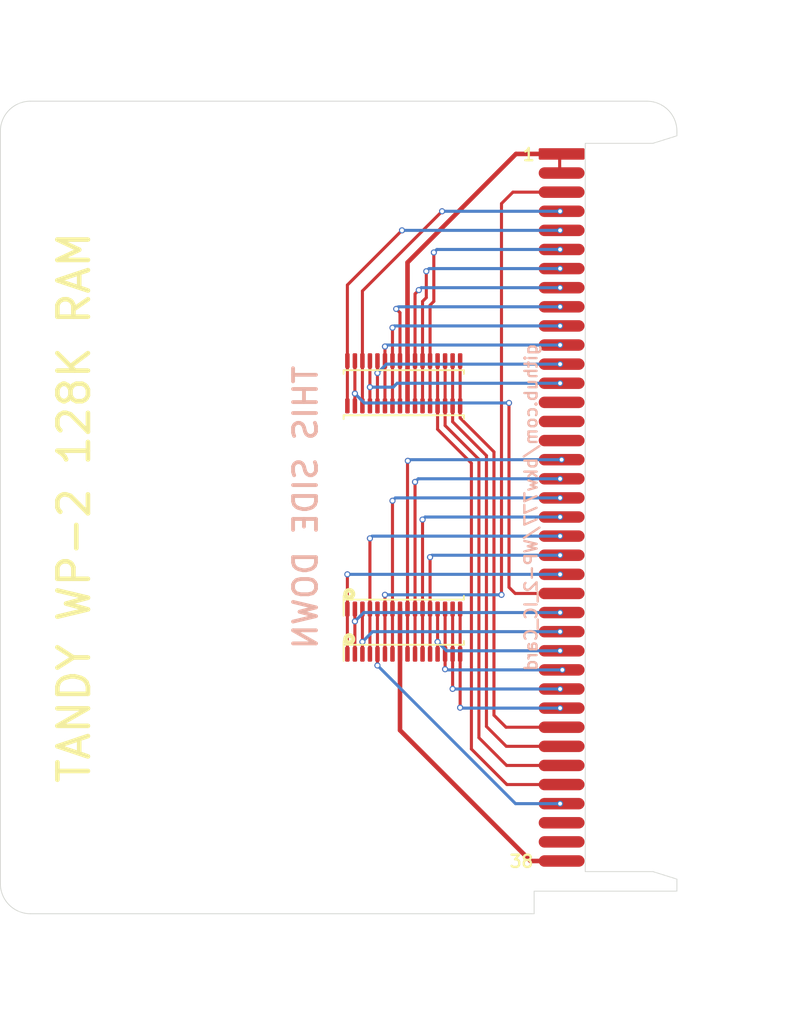
<source format=kicad_pcb>
(kicad_pcb (version 20171130) (host pcbnew 5.1.6-c6e7f7d~87~ubuntu20.04.1)

  (general
    (thickness 1.6)
    (drawings 37)
    (tracks 196)
    (zones 0)
    (modules 4)
    (nets 33)
  )

  (page USLetter)
  (title_block
    (title "WP-2 128K RAM IC-Card")
    (date 2020-09-26)
    (company "Brian K. White - b.kenyon.w@gmail.com")
  )

  (layers
    (0 F.Cu signal)
    (31 B.Cu signal)
    (33 F.Adhes user)
    (35 F.Paste user)
    (36 B.SilkS user)
    (37 F.SilkS user)
    (38 B.Mask user)
    (39 F.Mask user)
    (40 Dwgs.User user)
    (41 Cmts.User user hide)
    (42 Eco1.User user hide)
    (43 Eco2.User user hide)
    (44 Edge.Cuts user)
    (45 Margin user hide)
    (46 B.CrtYd user hide)
    (47 F.CrtYd user hide)
    (49 F.Fab user hide)
  )

  (setup
    (last_trace_width 0.254)
    (user_trace_width 0.1524)
    (user_trace_width 0.1778)
    (user_trace_width 0.2032)
    (user_trace_width 0.3048)
    (user_trace_width 0.508)
    (trace_clearance 0.1524)
    (zone_clearance 0.508)
    (zone_45_only no)
    (trace_min 0.1524)
    (via_size 0.4064)
    (via_drill 0.254)
    (via_min_size 0.4064)
    (via_min_drill 0.254)
    (uvia_size 0.4064)
    (uvia_drill 0.254)
    (uvias_allowed no)
    (uvia_min_size 0.4064)
    (uvia_min_drill 0.254)
    (edge_width 0.05)
    (segment_width 0.2)
    (pcb_text_width 0.3)
    (pcb_text_size 1.5 1.5)
    (mod_edge_width 0.12)
    (mod_text_size 1 1)
    (mod_text_width 0.15)
    (pad_size 0.3 1)
    (pad_drill 0)
    (pad_to_mask_clearance 0)
    (aux_axis_origin 0 0)
    (grid_origin 158.75 99.695)
    (visible_elements FFFFFF7F)
    (pcbplotparams
      (layerselection 0x010f0_ffffffff)
      (usegerberextensions false)
      (usegerberattributes true)
      (usegerberadvancedattributes true)
      (creategerberjobfile true)
      (excludeedgelayer true)
      (linewidth 0.100000)
      (plotframeref false)
      (viasonmask false)
      (mode 1)
      (useauxorigin false)
      (hpglpennumber 1)
      (hpglpenspeed 20)
      (hpglpendiameter 15.000000)
      (psnegative false)
      (psa4output false)
      (plotreference true)
      (plotvalue true)
      (plotinvisibletext false)
      (padsonsilk false)
      (subtractmaskfromsilk false)
      (outputformat 1)
      (mirror false)
      (drillshape 0)
      (scaleselection 1)
      (outputdirectory "GERBER"))
  )

  (net 0 "")
  (net 1 GND)
  (net 2 /CE2)
  (net 3 /~CE1)
  (net 4 /~OE)
  (net 5 /D0)
  (net 6 /D1)
  (net 7 /D2)
  (net 8 /D3)
  (net 9 /D4)
  (net 10 /D5)
  (net 11 /D6)
  (net 12 /D7)
  (net 13 /A16)
  (net 14 /A15)
  (net 15 /A14)
  (net 16 /A13)
  (net 17 /A12)
  (net 18 /A11)
  (net 19 /A10)
  (net 20 /A9)
  (net 21 /A8)
  (net 22 /A7)
  (net 23 /A6)
  (net 24 /A5)
  (net 25 /A4)
  (net 26 /A3)
  (net 27 /A2)
  (net 28 /A1)
  (net 29 /A0)
  (net 30 /R~W)
  (net 31 VDD)
  (net 32 /~DET)

  (net_class Default "This is the default net class."
    (clearance 0.1524)
    (trace_width 0.254)
    (via_dia 0.4064)
    (via_drill 0.254)
    (uvia_dia 0.4064)
    (uvia_drill 0.254)
    (diff_pair_width 0.1524)
    (diff_pair_gap 0.2032)
    (add_net /A0)
    (add_net /A1)
    (add_net /A10)
    (add_net /A11)
    (add_net /A12)
    (add_net /A13)
    (add_net /A14)
    (add_net /A15)
    (add_net /A16)
    (add_net /A2)
    (add_net /A3)
    (add_net /A4)
    (add_net /A5)
    (add_net /A6)
    (add_net /A7)
    (add_net /A8)
    (add_net /A9)
    (add_net /CE2)
    (add_net /D0)
    (add_net /D1)
    (add_net /D2)
    (add_net /D3)
    (add_net /D4)
    (add_net /D5)
    (add_net /D6)
    (add_net /D7)
    (add_net /R~W)
    (add_net /~CE1)
    (add_net /~DET)
    (add_net /~OE)
    (add_net GND)
    (add_net VDD)
  )

  (module 0_LOCAL:PinSocket_1x38x1.27_edge_s (layer F.Cu) (tedit 5F74B131) (tstamp 5F74043C)
    (at 158.75 99.695)
    (descr "Through hole straight socket strip, 1x38, 1.27mm pitch, single row")
    (tags "Through hole socket strip THT 1x38 1.27mm single row")
    (path /5F6EF0A3)
    (attr smd)
    (fp_text reference J1 (at -2.8956 4.4196 -90) (layer F.SilkS) hide
      (effects (font (size 1 1) (thickness 0.15)))
    )
    (fp_text value Conn_01x38_Female (at -2.921 23.114 -90) (layer F.Fab)
      (effects (font (size 1 1) (thickness 0.15)))
    )
    (fp_text user %R (at 0 -1.695) (layer F.Fab)
      (effects (font (size 1 1) (thickness 0.15)))
    )
    (fp_line (start 0 -24.13) (end -3.221 -24.13) (layer F.CrtYd) (width 0.05))
    (fp_line (start 0 24.13) (end 0 -24.13) (layer F.CrtYd) (width 0.05))
    (fp_line (start -3.221 24.13) (end 0 24.13) (layer F.CrtYd) (width 0.05))
    (fp_line (start -3.221 -24.13) (end -3.221 24.13) (layer F.CrtYd) (width 0.05))
    (fp_line (start 3.302 -24.13) (end 0 -24.13) (layer F.Fab) (width 0.1))
    (fp_line (start 0 24.13) (end 0 -24.13) (layer F.Fab) (width 0.1))
    (fp_line (start 0 24.13) (end 3.302 24.13) (layer F.Fab) (width 0.1))
    (fp_line (start 3.302 -24.13) (end 3.302 24.13) (layer F.Fab) (width 0.1))
    (pad 1 smd roundrect (at -1.57 -23.495) (size 3.048 0.762) (layers F.Cu F.Paste F.Mask) (roundrect_rratio 0.1)
      (net 1 GND))
    (pad 2 smd oval (at -1.57 -22.225) (size 3.048 0.762) (layers F.Cu F.Paste F.Mask)
      (net 32 /~DET))
    (pad 3 smd oval (at -1.57 -20.955) (size 3.048 0.762) (layers F.Cu F.Paste F.Mask)
      (net 2 /CE2))
    (pad 4 smd oval (at -1.57 -19.685) (size 3.048 0.762) (layers F.Cu F.Paste F.Mask)
      (net 3 /~CE1))
    (pad 5 smd oval (at -1.57 -18.415) (size 3.048 0.762) (layers F.Cu F.Paste F.Mask)
      (net 4 /~OE))
    (pad 6 smd oval (at -1.57 -17.145) (size 3.048 0.762) (layers F.Cu F.Paste F.Mask)
      (net 5 /D0))
    (pad 7 smd oval (at -1.57 -15.875) (size 3.048 0.762) (layers F.Cu F.Paste F.Mask)
      (net 6 /D1))
    (pad 8 smd oval (at -1.57 -14.605) (size 3.048 0.762) (layers F.Cu F.Paste F.Mask)
      (net 7 /D2))
    (pad 9 smd oval (at -1.57 -13.335) (size 3.048 0.762) (layers F.Cu F.Paste F.Mask)
      (net 8 /D3))
    (pad 10 smd oval (at -1.57 -12.065) (size 3.048 0.762) (layers F.Cu F.Paste F.Mask)
      (net 9 /D4))
    (pad 11 smd oval (at -1.57 -10.795) (size 3.048 0.762) (layers F.Cu F.Paste F.Mask)
      (net 10 /D5))
    (pad 12 smd oval (at -1.57 -9.525) (size 3.048 0.762) (layers F.Cu F.Paste F.Mask)
      (net 11 /D6))
    (pad 13 smd oval (at -1.57 -8.255) (size 3.048 0.762) (layers F.Cu F.Paste F.Mask)
      (net 12 /D7))
    (pad 14 smd oval (at -1.57 -6.985) (size 3.048 0.762) (layers F.Cu F.Paste F.Mask)
      (net 1 GND))
    (pad 15 smd oval (at -1.57 -5.715) (size 3.048 0.762) (layers F.Cu F.Paste F.Mask))
    (pad 16 smd oval (at -1.57 -4.445) (size 3.048 0.762) (layers F.Cu F.Paste F.Mask))
    (pad 17 smd oval (at -1.57 -3.175) (size 3.048 0.762) (layers F.Cu F.Paste F.Mask))
    (pad 18 smd oval (at -1.57 -1.905) (size 3.048 0.762) (layers F.Cu F.Paste F.Mask)
      (net 13 /A16))
    (pad 19 smd oval (at -1.57 -0.635) (size 3.048 0.762) (layers F.Cu F.Paste F.Mask)
      (net 14 /A15))
    (pad 20 smd oval (at -1.57 0.635) (size 3.048 0.762) (layers F.Cu F.Paste F.Mask)
      (net 15 /A14))
    (pad 21 smd oval (at -1.57 1.905) (size 3.048 0.762) (layers F.Cu F.Paste F.Mask)
      (net 16 /A13))
    (pad 22 smd oval (at -1.57 3.175) (size 3.048 0.762) (layers F.Cu F.Paste F.Mask)
      (net 17 /A12))
    (pad 23 smd oval (at -1.57 4.445) (size 3.048 0.762) (layers F.Cu F.Paste F.Mask)
      (net 18 /A11))
    (pad 24 smd oval (at -1.57 5.715) (size 3.048 0.762) (layers F.Cu F.Paste F.Mask)
      (net 19 /A10))
    (pad 25 smd oval (at -1.57 6.985) (size 3.048 0.762) (layers F.Cu F.Paste F.Mask)
      (net 20 /A9))
    (pad 26 smd oval (at -1.57 8.255) (size 3.048 0.762) (layers F.Cu F.Paste F.Mask)
      (net 21 /A8))
    (pad 27 smd oval (at -1.57 9.525) (size 3.048 0.762) (layers F.Cu F.Paste F.Mask)
      (net 22 /A7))
    (pad 28 smd oval (at -1.57 10.795) (size 3.048 0.762) (layers F.Cu F.Paste F.Mask)
      (net 23 /A6))
    (pad 29 smd oval (at -1.57 12.065) (size 3.048 0.762) (layers F.Cu F.Paste F.Mask)
      (net 24 /A5))
    (pad 30 smd oval (at -1.57 13.335) (size 3.048 0.762) (layers F.Cu F.Paste F.Mask)
      (net 25 /A4))
    (pad 31 smd oval (at -1.57 14.605) (size 3.048 0.762) (layers F.Cu F.Paste F.Mask)
      (net 26 /A3))
    (pad 32 smd oval (at -1.57 15.875) (size 3.048 0.762) (layers F.Cu F.Paste F.Mask)
      (net 27 /A2))
    (pad 33 smd oval (at -1.57 17.145) (size 3.048 0.762) (layers F.Cu F.Paste F.Mask)
      (net 28 /A1))
    (pad 34 smd oval (at -1.57 18.415) (size 3.048 0.762) (layers F.Cu F.Paste F.Mask)
      (net 29 /A0))
    (pad 35 smd oval (at -1.57 19.685) (size 3.048 0.762) (layers F.Cu F.Paste F.Mask)
      (net 30 /R~W))
    (pad 36 smd oval (at -1.57 20.955) (size 3.048 0.762) (layers F.Cu F.Paste F.Mask))
    (pad 37 smd oval (at -1.57 22.225) (size 3.048 0.762) (layers F.Cu F.Paste F.Mask))
    (pad 38 smd oval (at -1.57 23.495) (size 3.048 0.762) (layers F.Cu F.Paste F.Mask)
      (net 31 VDD))
    (model ${KIPRJMOD}/3d/PinSocket_1x38_P1.27mm_Vertical.step
      (offset (xyz 0 23.495 0.1))
      (scale (xyz 1 1 1))
      (rotate (xyz 0 -90 0))
    )
  )

  (module 0_LOCAL:Net_Tie_2p_8mil (layer F.Cu) (tedit 5F70D483) (tstamp 5F712C2A)
    (at 157.05 76.835 270)
    (path /5F8923B3)
    (fp_text reference NT1 (at 0 1.016 90) (layer F.SilkS) hide
      (effects (font (size 0.508 0.508) (thickness 0.1016)))
    )
    (fp_text value Net-Tie_2 (at 0 -2 90) (layer F.Fab) hide
      (effects (font (size 1 1) (thickness 0.01)))
    )
    (fp_line (start -0.2032 0) (end 0.2032 0) (layer F.Cu) (width 0.2032))
    (pad 2 smd circle (at 0.2032 0 270) (size 0.2032 0.2032) (layers F.Cu)
      (net 32 /~DET))
    (pad 1 smd circle (at -0.2032 0 270) (size 0.2032 0.2032) (layers F.Cu)
      (net 1 GND))
  )

  (module 0_LOCAL:TSOP32-20mm (layer F.Cu) (tedit 5F70AFE8) (tstamp 5F712BCE)
    (at 146.68 99.695)
    (descr "Module CMS TSOP 32 pins")
    (tags "CMS TSOP")
    (path /5F718069)
    (attr smd)
    (fp_text reference U1 (at 0.009 8.382 180) (layer F.SilkS) hide
      (effects (font (size 1 1) (thickness 0.15)))
    )
    (fp_text value "SRAM 128Kx8 5v Parallel" (at 0 5) (layer F.Fab)
      (effects (font (size 1 1) (thickness 0.15)))
    )
    (fp_line (start 4 -9.125) (end 4 -8.875) (layer F.SilkS) (width 0.12))
    (fp_line (start -4 -9.125) (end -4 -8.875) (layer F.SilkS) (width 0.12))
    (fp_line (start 4 9.125) (end 4 8.875) (layer F.SilkS) (width 0.12))
    (fp_line (start -4 10.2) (end -4 8.875) (layer F.SilkS) (width 0.12))
    (fp_line (start 4 -9.125) (end -4 -9.125) (layer F.SilkS) (width 0.12))
    (fp_line (start -4 9.125) (end 4 9.125) (layer F.SilkS) (width 0.12))
    (fp_circle (center -3.625 8.75) (end -3.525 8.75) (layer F.SilkS) (width 0.3))
    (fp_text user %R (at 0 0) (layer F.Fab)
      (effects (font (size 1 1) (thickness 0.15)))
    )
    (pad 1 smd roundrect (at -3.75 9.75) (size 0.3 1) (layers F.Cu F.Paste F.Mask) (roundrect_rratio 0.25)
      (net 18 /A11))
    (pad 2 smd roundrect (at -3.25 9.75) (size 0.3 1) (layers F.Cu F.Paste F.Mask) (roundrect_rratio 0.25)
      (net 20 /A9))
    (pad 3 smd roundrect (at -2.75 9.75) (size 0.3 1) (layers F.Cu F.Paste F.Mask) (roundrect_rratio 0.25)
      (net 21 /A8))
    (pad 4 smd roundrect (at -2.25 9.75) (size 0.3 1) (layers F.Cu F.Paste F.Mask) (roundrect_rratio 0.25)
      (net 16 /A13))
    (pad 5 smd roundrect (at -1.75 9.75) (size 0.3 1) (layers F.Cu F.Paste F.Mask) (roundrect_rratio 0.25)
      (net 30 /R~W))
    (pad 6 smd roundrect (at -1.25 9.75) (size 0.3 1) (layers F.Cu F.Paste F.Mask) (roundrect_rratio 0.25)
      (net 2 /CE2))
    (pad 7 smd roundrect (at -0.75 9.75) (size 0.3 1) (layers F.Cu F.Paste F.Mask) (roundrect_rratio 0.25)
      (net 14 /A15))
    (pad 8 smd roundrect (at -0.25 9.75) (size 0.3 1) (layers F.Cu F.Paste F.Mask) (roundrect_rratio 0.25)
      (net 31 VDD))
    (pad 9 smd roundrect (at 0.25 9.75) (size 0.3 1) (layers F.Cu F.Paste F.Mask) (roundrect_rratio 0.25))
    (pad 10 smd roundrect (at 0.75 9.75) (size 0.3 1) (layers F.Cu F.Paste F.Mask) (roundrect_rratio 0.25)
      (net 13 /A16))
    (pad 11 smd roundrect (at 1.25 9.75) (size 0.3 1) (layers F.Cu F.Paste F.Mask) (roundrect_rratio 0.25)
      (net 15 /A14))
    (pad 12 smd roundrect (at 1.75 9.75) (size 0.3 1) (layers F.Cu F.Paste F.Mask) (roundrect_rratio 0.25)
      (net 17 /A12))
    (pad 13 smd roundrect (at 2.25 9.75) (size 0.3 1) (layers F.Cu F.Paste F.Mask) (roundrect_rratio 0.25)
      (net 22 /A7))
    (pad 14 smd roundrect (at 2.75 9.75) (size 0.3 1) (layers F.Cu F.Paste F.Mask) (roundrect_rratio 0.25)
      (net 23 /A6))
    (pad 15 smd roundrect (at 3.25 9.75) (size 0.3 1) (layers F.Cu F.Paste F.Mask) (roundrect_rratio 0.25)
      (net 24 /A5))
    (pad 16 smd roundrect (at 3.75 9.75) (size 0.3 1) (layers F.Cu F.Paste F.Mask) (roundrect_rratio 0.25)
      (net 25 /A4))
    (pad 17 smd roundrect (at 3.75 -9.75) (size 0.3 1) (layers F.Cu F.Paste F.Mask) (roundrect_rratio 0.25)
      (net 26 /A3))
    (pad 18 smd roundrect (at 3.25 -9.75) (size 0.3 1) (layers F.Cu F.Paste F.Mask) (roundrect_rratio 0.25)
      (net 27 /A2))
    (pad 19 smd roundrect (at 2.75 -9.75) (size 0.3 1) (layers F.Cu F.Paste F.Mask) (roundrect_rratio 0.25)
      (net 28 /A1))
    (pad 20 smd roundrect (at 2.25 -9.75) (size 0.3 1) (layers F.Cu F.Paste F.Mask) (roundrect_rratio 0.25)
      (net 29 /A0))
    (pad 21 smd roundrect (at 1.75 -9.75) (size 0.3 1) (layers F.Cu F.Paste F.Mask) (roundrect_rratio 0.25)
      (net 5 /D0))
    (pad 22 smd roundrect (at 1.25 -9.75) (size 0.3 1) (layers F.Cu F.Paste F.Mask) (roundrect_rratio 0.25)
      (net 6 /D1))
    (pad 23 smd roundrect (at 0.75 -9.75) (size 0.3 1) (layers F.Cu F.Paste F.Mask) (roundrect_rratio 0.25)
      (net 7 /D2))
    (pad 24 smd roundrect (at 0.25 -9.75) (size 0.3 1) (layers F.Cu F.Paste F.Mask) (roundrect_rratio 0.25)
      (net 1 GND))
    (pad 25 smd roundrect (at -0.25 -9.75) (size 0.3 1) (layers F.Cu F.Paste F.Mask) (roundrect_rratio 0.25)
      (net 8 /D3))
    (pad 26 smd roundrect (at -0.75 -9.75) (size 0.3 1) (layers F.Cu F.Paste F.Mask) (roundrect_rratio 0.25)
      (net 9 /D4))
    (pad 27 smd roundrect (at -1.25 -9.75) (size 0.3 1) (layers F.Cu F.Paste F.Mask) (roundrect_rratio 0.25)
      (net 10 /D5))
    (pad 28 smd roundrect (at -1.75 -9.75) (size 0.3 1) (layers F.Cu F.Paste F.Mask) (roundrect_rratio 0.25)
      (net 11 /D6))
    (pad 29 smd roundrect (at -2.25 -9.75) (size 0.3 1) (layers F.Cu F.Paste F.Mask) (roundrect_rratio 0.25)
      (net 12 /D7))
    (pad 30 smd roundrect (at -2.75 -9.75) (size 0.3 1) (layers F.Cu F.Paste F.Mask) (roundrect_rratio 0.25)
      (net 3 /~CE1))
    (pad 31 smd roundrect (at -3.25 -9.75) (size 0.3 1) (layers F.Cu F.Paste F.Mask) (roundrect_rratio 0.25)
      (net 19 /A10))
    (pad 32 smd roundrect (at -3.75 -9.75) (size 0.3 1) (layers F.Cu F.Paste F.Mask) (roundrect_rratio 0.25)
      (net 4 /~OE))
    (model ${KIPRJMOD}/3d/TSOP32_8X20.step
      (at (xyz 0 0 0))
      (scale (xyz 1 1 1))
      (rotate (xyz 0 0 -90))
    )
  )

  (module 0_LOCAL:TSOP32-14mm (layer F.Cu) (tedit 5F70AFD9) (tstamp 5F712C60)
    (at 146.68 99.695)
    (descr "Module CMS TSOP 32 pins")
    (tags "CMS TSOP")
    (path /5F906116)
    (attr virtual)
    (fp_text reference U2 (at 0 5.334 180) (layer F.SilkS) hide
      (effects (font (size 1 1) (thickness 0.15)))
    )
    (fp_text value "SRAM 128Kx8 5v Parallel" (at 1.27 0 90) (layer F.Fab)
      (effects (font (size 1 1) (thickness 0.15)))
    )
    (fp_line (start 4 -6.125) (end 4 -5.875) (layer F.SilkS) (width 0.12))
    (fp_line (start -4 -6.125) (end -4 -5.875) (layer F.SilkS) (width 0.12))
    (fp_line (start 4 6.125) (end 4 5.875) (layer F.SilkS) (width 0.12))
    (fp_line (start -4 7.2) (end -4 5.875) (layer F.SilkS) (width 0.12))
    (fp_line (start 4 -6.125) (end -4 -6.125) (layer F.SilkS) (width 0.12))
    (fp_line (start -4 6.125) (end 4 6.125) (layer F.SilkS) (width 0.12))
    (fp_circle (center -3.625 5.75) (end -3.525 5.75) (layer F.SilkS) (width 0.3))
    (pad 1 smd roundrect (at -3.75 6.75) (size 0.3 1) (layers F.Cu F.Paste F.Mask) (roundrect_rratio 0.25)
      (net 18 /A11))
    (pad 2 smd roundrect (at -3.25 6.75) (size 0.3 1) (layers F.Cu F.Paste F.Mask) (roundrect_rratio 0.25)
      (net 20 /A9))
    (pad 3 smd roundrect (at -2.75 6.75) (size 0.3 1) (layers F.Cu F.Paste F.Mask) (roundrect_rratio 0.25)
      (net 21 /A8))
    (pad 4 smd roundrect (at -2.25 6.75) (size 0.3 1) (layers F.Cu F.Paste F.Mask) (roundrect_rratio 0.25)
      (net 16 /A13))
    (pad 5 smd roundrect (at -1.75 6.75) (size 0.3 1) (layers F.Cu F.Paste F.Mask) (roundrect_rratio 0.25)
      (net 30 /R~W))
    (pad 6 smd roundrect (at -1.25 6.75) (size 0.3 1) (layers F.Cu F.Paste F.Mask) (roundrect_rratio 0.25)
      (net 2 /CE2))
    (pad 7 smd roundrect (at -0.75 6.75) (size 0.3 1) (layers F.Cu F.Paste F.Mask) (roundrect_rratio 0.25)
      (net 14 /A15))
    (pad 8 smd roundrect (at -0.25 6.75) (size 0.3 1) (layers F.Cu F.Paste F.Mask) (roundrect_rratio 0.25)
      (net 31 VDD))
    (pad 9 smd roundrect (at 0.25 6.75) (size 0.3 1) (layers F.Cu F.Paste F.Mask) (roundrect_rratio 0.25))
    (pad 10 smd roundrect (at 0.75 6.75) (size 0.3 1) (layers F.Cu F.Paste F.Mask) (roundrect_rratio 0.25)
      (net 13 /A16))
    (pad 11 smd roundrect (at 1.25 6.75) (size 0.3 1) (layers F.Cu F.Paste F.Mask) (roundrect_rratio 0.25)
      (net 15 /A14))
    (pad 12 smd roundrect (at 1.75 6.75) (size 0.3 1) (layers F.Cu F.Paste F.Mask) (roundrect_rratio 0.25)
      (net 17 /A12))
    (pad 13 smd roundrect (at 2.25 6.75) (size 0.3 1) (layers F.Cu F.Paste F.Mask) (roundrect_rratio 0.25)
      (net 22 /A7))
    (pad 14 smd roundrect (at 2.75 6.75) (size 0.3 1) (layers F.Cu F.Paste F.Mask) (roundrect_rratio 0.25)
      (net 23 /A6))
    (pad 15 smd roundrect (at 3.25 6.75) (size 0.3 1) (layers F.Cu F.Paste F.Mask) (roundrect_rratio 0.25)
      (net 24 /A5))
    (pad 16 smd roundrect (at 3.75 6.75) (size 0.3 1) (layers F.Cu F.Paste F.Mask) (roundrect_rratio 0.25)
      (net 25 /A4))
    (pad 17 smd roundrect (at 3.75 -6.75) (size 0.3 1) (layers F.Cu F.Paste F.Mask) (roundrect_rratio 0.25)
      (net 26 /A3))
    (pad 18 smd roundrect (at 3.25 -6.75) (size 0.3 1) (layers F.Cu F.Paste F.Mask) (roundrect_rratio 0.25)
      (net 27 /A2))
    (pad 19 smd roundrect (at 2.75 -6.75) (size 0.3 1) (layers F.Cu F.Paste F.Mask) (roundrect_rratio 0.25)
      (net 28 /A1))
    (pad 20 smd roundrect (at 2.25 -6.75) (size 0.3 1) (layers F.Cu F.Paste F.Mask) (roundrect_rratio 0.25)
      (net 29 /A0))
    (pad 21 smd roundrect (at 1.75 -6.75) (size 0.3 1) (layers F.Cu F.Paste F.Mask) (roundrect_rratio 0.25)
      (net 5 /D0))
    (pad 22 smd roundrect (at 1.25 -6.75) (size 0.3 1) (layers F.Cu F.Paste F.Mask) (roundrect_rratio 0.25)
      (net 6 /D1))
    (pad 23 smd roundrect (at 0.75 -6.75) (size 0.3 1) (layers F.Cu F.Paste F.Mask) (roundrect_rratio 0.25)
      (net 7 /D2))
    (pad 24 smd roundrect (at 0.25 -6.75) (size 0.3 1) (layers F.Cu F.Paste F.Mask) (roundrect_rratio 0.25)
      (net 1 GND))
    (pad 25 smd roundrect (at -0.25 -6.75) (size 0.3 1) (layers F.Cu F.Paste F.Mask) (roundrect_rratio 0.25)
      (net 8 /D3))
    (pad 26 smd roundrect (at -0.75 -6.75) (size 0.3 1) (layers F.Cu F.Paste F.Mask) (roundrect_rratio 0.25)
      (net 9 /D4))
    (pad 27 smd roundrect (at -1.25 -6.75) (size 0.3 1) (layers F.Cu F.Paste F.Mask) (roundrect_rratio 0.25)
      (net 10 /D5))
    (pad 28 smd roundrect (at -1.75 -6.75) (size 0.3 1) (layers F.Cu F.Paste F.Mask) (roundrect_rratio 0.25)
      (net 11 /D6))
    (pad 29 smd roundrect (at -2.25 -6.75) (size 0.3 1) (layers F.Cu F.Paste F.Mask) (roundrect_rratio 0.25)
      (net 12 /D7))
    (pad 30 smd roundrect (at -2.75 -6.75) (size 0.3 1) (layers F.Cu F.Paste F.Mask) (roundrect_rratio 0.25)
      (net 3 /~CE1))
    (pad 31 smd roundrect (at -3.25 -6.75) (size 0.3 1) (layers F.Cu F.Paste F.Mask) (roundrect_rratio 0.25)
      (net 19 /A10))
    (pad 32 smd roundrect (at -3.75 -6.75) (size 0.3 1) (layers F.Cu F.Paste F.Mask) (roundrect_rratio 0.25)
      (net 4 /~OE))
    (model ${KIPRJMOD}/3d/TSOP32_8x14.step
      (at (xyz 0 0 0))
      (scale (xyz 1 1 1))
      (rotate (xyz 0 0 -90))
    )
  )

  (gr_line (start 155.75 125.395) (end 164.95 125.395) (layer Dwgs.User) (width 0.05))
  (gr_line (start 155.75 126.795) (end 155.75 125.395) (layer Dwgs.User) (width 0.05))
  (gr_line (start 155.75 126.795) (end 133.5 126.795) (layer Dwgs.User) (width 0.05))
  (gr_line (start 164.95 72.595) (end 164.95 125.395) (layer Dwgs.User) (width 0.05))
  (gr_line (start 133.5 72.595) (end 164.95 72.595) (layer Dwgs.User) (width 0.05))
  (gr_line (start 164.85 74.795) (end 164.85 74.995) (layer Edge.Cuts) (width 0.05) (tstamp 5F74BD75))
  (gr_line (start 164.85 125.195) (end 164.85 124.395) (layer Edge.Cuts) (width 0.05) (tstamp 5F742389))
  (gr_line (start 155.35 125.195) (end 164.85 125.195) (layer Edge.Cuts) (width 0.05))
  (gr_line (start 155.35 126.695) (end 155.35 125.195) (layer Edge.Cuts) (width 0.05))
  (gr_line (start 163.25 123.895) (end 158.75 123.895) (layer Edge.Cuts) (width 0.05) (tstamp 5F742207))
  (gr_line (start 163.25 75.495) (end 158.75 75.495) (layer Edge.Cuts) (width 0.05) (tstamp 5F742124))
  (gr_arc (start 121.85 124.695) (end 119.85 124.695) (angle -90) (layer Edge.Cuts) (width 0.05))
  (gr_arc (start 121.85 74.695) (end 121.85 72.695) (angle -90) (layer Edge.Cuts) (width 0.05))
  (gr_line (start 164.85 74.795) (end 164.85 74.695) (layer Edge.Cuts) (width 0.05) (tstamp 5F73C0E2))
  (gr_line (start 163.25 75.495) (end 164.85 74.995) (layer Edge.Cuts) (width 0.05))
  (gr_arc (start 162.85 74.695) (end 164.85 74.695) (angle -90) (layer Edge.Cuts) (width 0.05))
  (gr_line (start 163.25 123.895) (end 164.85 124.395) (layer Edge.Cuts) (width 0.05))
  (gr_line (start 158.75 75.565) (end 158.75 123.825) (layer Dwgs.User) (width 0.15) (tstamp 5F73AAD6))
  (gr_line (start 163.15 75.565) (end 158.75 75.565) (layer Dwgs.User) (width 0.15))
  (gr_line (start 158.75 123.895) (end 158.75 75.495) (layer Edge.Cuts) (width 0.05) (tstamp 5F73AA2C))
  (gr_text "THIS SIDE DOWN" (at 140.15 99.695 -270) (layer B.SilkS) (tstamp 5F712A06)
    (effects (font (size 1.524 1.524) (thickness 0.254)) (justify mirror))
  )
  (gr_line (start 165.8232 76.2) (end 166.0772 75.946) (layer Dwgs.User) (width 0.15) (tstamp 5F7131A0))
  (gr_line (start 165.8232 76.2) (end 166.0772 76.454) (layer Dwgs.User) (width 0.15) (tstamp 5F71319F))
  (gr_line (start 165.8232 76.2) (end 167.7536 76.2) (layer Dwgs.User) (width 0.15) (tstamp 5F71319E))
  (gr_line (start 163.15 123.825) (end 163.15 75.565) (layer Dwgs.User) (width 0.15))
  (gr_line (start 158.75 123.825) (end 163.15 123.825) (layer Dwgs.User) (width 0.15) (tstamp 5F74BD0E))
  (gr_text "Pins 6.0mm" (at 170.6492 76.2) (layer Dwgs.User)
    (effects (font (size 0.6 0.6) (thickness 0.06)))
  )
  (gr_line (start 164.75 76.195) (end 159.05 76.195) (layer Dwgs.User) (width 0.4))
  (gr_text WP-2 (at 135.11 99 90) (layer Dwgs.User)
    (effects (font (size 1 1) (thickness 0.15)))
  )
  (gr_line (start 133.5 65.995) (end 133.5 133.995) (layer Dwgs.User) (width 0.05))
  (gr_text 38 (at 154.5122 123.2154) (layer F.SilkS) (tstamp 5F712A00)
    (effects (font (size 0.8128 0.8128) (thickness 0.1524)))
  )
  (gr_text 1 (at 154.9948 76.2508) (layer F.SilkS) (tstamp 5F7129FD)
    (effects (font (size 0.8128 0.8128) (thickness 0.1524)))
  )
  (gr_text github.com/bkw777/WP-2_IC_Card (at 155.145 99.695 -270) (layer B.SilkS) (tstamp 5F7129FA)
    (effects (font (size 0.8128 0.8128) (thickness 0.1524)) (justify mirror))
  )
  (gr_text "TANDY WP-2 128K RAM" (at 124.75 99.695 -270) (layer F.SilkS) (tstamp 5F7129F7)
    (effects (font (size 2.032 2.032) (thickness 0.3048)))
  )
  (gr_line (start 121.85 126.695) (end 155.35 126.695) (layer Edge.Cuts) (width 0.05) (tstamp 5F6F08D5))
  (gr_line (start 119.85 74.695) (end 119.85 124.695) (layer Edge.Cuts) (width 0.05) (tstamp 5F713C75))
  (gr_line (start 162.85 72.695) (end 121.85 72.695) (layer Edge.Cuts) (width 0.05) (tstamp 5F7129EE))

  (via (at 157.18 96.52) (size 0.4064) (drill 0.254) (layers F.Cu B.Cu) (net 0))
  (segment (start 157.18 96.52) (end 147.025 96.52) (width 0.2032) (layer B.Cu) (net 0))
  (segment (start 147.025 96.52) (end 146.95 96.595) (width 0.2032) (layer B.Cu) (net 0))
  (segment (start 146.95 96.595) (end 146.95 96.595) (width 0.2032) (layer B.Cu) (net 0) (tstamp 5F742D20))
  (via (at 146.95 96.595) (size 0.4064) (drill 0.254) (layers F.Cu B.Cu) (net 0))
  (segment (start 146.93 96.615) (end 146.95 96.595) (width 0.2032) (layer F.Cu) (net 0))
  (segment (start 146.93 109.445) (end 146.93 96.615) (width 0.2032) (layer F.Cu) (net 0))
  (segment (start 157.05 76.23) (end 157.08 76.2) (width 0.2032) (layer F.Cu) (net 1))
  (segment (start 157.05 76.6318) (end 157.05 76.23) (width 0.2032) (layer F.Cu) (net 1))
  (segment (start 157.18 76.2) (end 154.145 76.2) (width 0.3048) (layer F.Cu) (net 1))
  (segment (start 146.93 83.415) (end 146.93 92.945) (width 0.3048) (layer F.Cu) (net 1))
  (segment (start 154.145 76.2) (end 146.93 83.415) (width 0.3048) (layer F.Cu) (net 1))
  (segment (start 145.43 105.5) (end 145.43 105.5) (width 0.254) (layer F.Cu) (net 2) (tstamp 5F712958))
  (via (at 145.43 105.5) (size 0.4064) (drill 0.254) (layers F.Cu B.Cu) (net 2) (tstamp 5F712955))
  (segment (start 145.43 105.5) (end 153.18 105.5) (width 0.2032) (layer B.Cu) (net 2) (tstamp 5F712952))
  (segment (start 153.18 105.5) (end 153.18 105.5) (width 0.254) (layer B.Cu) (net 2) (tstamp 5F71294F))
  (via (at 153.18 105.5) (size 0.4064) (drill 0.254) (layers F.Cu B.Cu) (net 2) (tstamp 5F7129A6))
  (segment (start 145.43 109.445) (end 145.43 105.5) (width 0.2032) (layer F.Cu) (net 2) (tstamp 5F71299A))
  (segment (start 153.94 78.74) (end 157.08 78.74) (width 0.2032) (layer F.Cu) (net 2))
  (segment (start 153.18 79.5) (end 153.94 78.74) (width 0.2032) (layer F.Cu) (net 2))
  (segment (start 153.18 105.5) (end 153.18 79.5) (width 0.2032) (layer F.Cu) (net 2))
  (via (at 149.229 80.01) (size 0.4064) (drill 0.254) (layers F.Cu B.Cu) (net 3) (tstamp 5F712A18))
  (segment (start 143.93 85.309) (end 149.229 80.01) (width 0.2032) (layer F.Cu) (net 3) (tstamp 5F712A15))
  (segment (start 143.93 92.945) (end 143.93 85.309) (width 0.2032) (layer F.Cu) (net 3) (tstamp 5F7129E8))
  (segment (start 149.229 80.01) (end 157.08 80.01) (width 0.2032) (layer B.Cu) (net 3))
  (via (at 157.08 80.01) (size 0.4064) (drill 0.254) (layers F.Cu B.Cu) (net 3))
  (via (at 146.562 81.28) (size 0.4064) (drill 0.254) (layers F.Cu B.Cu) (net 4) (tstamp 5F7129BE))
  (segment (start 142.93 84.912) (end 146.562 81.28) (width 0.2032) (layer F.Cu) (net 4) (tstamp 5F7129BB))
  (segment (start 142.93 92.945) (end 142.93 84.912) (width 0.2032) (layer F.Cu) (net 4) (tstamp 5F7129CD))
  (segment (start 146.562 81.28) (end 157.08 81.28) (width 0.2032) (layer B.Cu) (net 4))
  (via (at 157.08 81.28) (size 0.4064) (drill 0.254) (layers F.Cu B.Cu) (net 4))
  (segment (start 148.43 92.945) (end 148.43 89.945) (width 0.2032) (layer F.Cu) (net 5) (tstamp 5F7129DF))
  (segment (start 148.43 86.25) (end 148.43 89.945) (width 0.2032) (layer F.Cu) (net 5) (tstamp 5F7129DC))
  (segment (start 148.68 82.75) (end 148.68 86) (width 0.2032) (layer F.Cu) (net 5) (tstamp 5F7129D9))
  (segment (start 148.68 86) (end 148.43 86.25) (width 0.2032) (layer F.Cu) (net 5) (tstamp 5F712A0C))
  (via (at 148.68 82.75) (size 0.4064) (drill 0.254) (layers F.Cu B.Cu) (net 5) (tstamp 5F7129B8))
  (segment (start 148.88 82.55) (end 148.68 82.75) (width 0.2032) (layer B.Cu) (net 5))
  (segment (start 157.08 82.55) (end 148.88 82.55) (width 0.2032) (layer B.Cu) (net 5))
  (via (at 157.08 82.55) (size 0.4064) (drill 0.254) (layers F.Cu B.Cu) (net 5))
  (segment (start 148.18 85.75) (end 147.93 86) (width 0.2032) (layer F.Cu) (net 6) (tstamp 5F7129B2))
  (segment (start 148.18 84) (end 148.18 85.75) (width 0.2032) (layer F.Cu) (net 6) (tstamp 5F7129AF))
  (segment (start 147.93 86) (end 147.93 89.945) (width 0.2032) (layer F.Cu) (net 6) (tstamp 5F7129AC))
  (via (at 148.18 84) (size 0.4064) (drill 0.254) (layers F.Cu B.Cu) (net 6) (tstamp 5F712A2A))
  (segment (start 147.93 92.945) (end 147.93 89.945) (width 0.2032) (layer F.Cu) (net 6) (tstamp 5F712A27))
  (segment (start 148.36 83.82) (end 148.18 84) (width 0.2032) (layer B.Cu) (net 6))
  (segment (start 157.08 83.82) (end 148.36 83.82) (width 0.2032) (layer B.Cu) (net 6))
  (via (at 157.08 83.82) (size 0.4064) (drill 0.254) (layers F.Cu B.Cu) (net 6))
  (segment (start 147.43 92.945) (end 147.43 89.945) (width 0.2032) (layer F.Cu) (net 7) (tstamp 5F712A21))
  (segment (start 147.43 85.5) (end 147.43 89.945) (width 0.2032) (layer F.Cu) (net 7) (tstamp 5F712A3C))
  (segment (start 147.68 85.25) (end 147.43 85.5) (width 0.2032) (layer F.Cu) (net 7) (tstamp 5F712A39))
  (via (at 147.68 85.25) (size 0.4064) (drill 0.254) (layers F.Cu B.Cu) (net 7) (tstamp 5F712A30))
  (segment (start 147.84 85.09) (end 147.68 85.25) (width 0.2032) (layer B.Cu) (net 7))
  (segment (start 157.08 85.09) (end 147.84 85.09) (width 0.2032) (layer B.Cu) (net 7))
  (via (at 157.08 85.09) (size 0.4064) (drill 0.254) (layers F.Cu B.Cu) (net 7))
  (segment (start 146.43 92.945) (end 146.43 89.945) (width 0.2032) (layer F.Cu) (net 8) (tstamp 5F71297F))
  (segment (start 146.43 86.75) (end 146.43 89.945) (width 0.2032) (layer F.Cu) (net 8) (tstamp 5F71297C))
  (segment (start 146.18 86.5) (end 146.43 86.75) (width 0.2032) (layer F.Cu) (net 8) (tstamp 5F712979))
  (via (at 146.18 86.5) (size 0.4064) (drill 0.254) (layers F.Cu B.Cu) (net 8) (tstamp 5F712B7D))
  (segment (start 146.32 86.36) (end 146.18 86.5) (width 0.2032) (layer B.Cu) (net 8))
  (segment (start 157.08 86.36) (end 146.32 86.36) (width 0.2032) (layer B.Cu) (net 8))
  (via (at 157.08 86.36) (size 0.4064) (drill 0.254) (layers F.Cu B.Cu) (net 8))
  (via (at 145.93 87.75) (size 0.4064) (drill 0.254) (layers F.Cu B.Cu) (net 9) (tstamp 5F712A7E))
  (segment (start 145.93 92.945) (end 145.93 89.945) (width 0.2032) (layer F.Cu) (net 9) (tstamp 5F712A7B))
  (segment (start 145.93 89.945) (end 145.93 87.75) (width 0.2032) (layer F.Cu) (net 9) (tstamp 5F712A78))
  (segment (start 146.05 87.63) (end 145.93 87.75) (width 0.2032) (layer B.Cu) (net 9))
  (segment (start 157.08 87.63) (end 146.05 87.63) (width 0.2032) (layer B.Cu) (net 9))
  (via (at 157.08 87.63) (size 0.4064) (drill 0.254) (layers F.Cu B.Cu) (net 9))
  (via (at 145.43 89) (size 0.4064) (drill 0.254) (layers F.Cu B.Cu) (net 10) (tstamp 5F712AFC))
  (segment (start 145.43 89.945) (end 145.43 89) (width 0.2032) (layer F.Cu) (net 10) (tstamp 5F712AF9))
  (segment (start 145.43 89.945) (end 145.43 92.945) (width 0.2032) (layer F.Cu) (net 10) (tstamp 5F712AF6))
  (segment (start 157.08 88.9) (end 145.53 88.9) (width 0.2032) (layer B.Cu) (net 10))
  (segment (start 145.53 88.9) (end 145.43 89) (width 0.2032) (layer B.Cu) (net 10))
  (via (at 157.08 88.9) (size 0.4064) (drill 0.254) (layers F.Cu B.Cu) (net 10))
  (via (at 157.08 90.17) (size 0.4064) (drill 0.254) (layers F.Cu B.Cu) (net 11))
  (segment (start 145.525 90.17) (end 157.08 90.17) (width 0.2032) (layer B.Cu) (net 11))
  (segment (start 144.93 90.765) (end 144.93 89.945) (width 0.2032) (layer F.Cu) (net 11))
  (segment (start 144.93 90.765) (end 144.93 92.945) (width 0.2032) (layer F.Cu) (net 11))
  (segment (start 144.93 90.765) (end 145.525 90.17) (width 0.2032) (layer B.Cu) (net 11))
  (via (at 144.93 90.765) (size 0.4064) (drill 0.254) (layers F.Cu B.Cu) (net 11))
  (segment (start 144.43 92.9339) (end 144.4411 92.945) (width 0.254) (layer F.Cu) (net 12) (tstamp 5F712AFF))
  (via (at 144.43 91.7) (size 0.4064) (drill 0.254) (layers F.Cu B.Cu) (net 12) (tstamp 5F712B86))
  (segment (start 144.43 91.7) (end 144.43 92.945) (width 0.2032) (layer F.Cu) (net 12) (tstamp 5F712B83))
  (segment (start 144.43 91.7) (end 144.43 89.945) (width 0.2032) (layer F.Cu) (net 12) (tstamp 5F712B80))
  (segment (start 145.98 91.7) (end 144.43 91.7) (width 0.2032) (layer B.Cu) (net 12))
  (segment (start 146.24 91.44) (end 145.98 91.7) (width 0.2032) (layer B.Cu) (net 12))
  (segment (start 157.08 91.44) (end 146.24 91.44) (width 0.2032) (layer B.Cu) (net 12))
  (via (at 157.08 91.44) (size 0.4064) (drill 0.254) (layers F.Cu B.Cu) (net 12))
  (segment (start 157.23 97.79) (end 157.23 97.79) (width 0.254) (layer F.Cu) (net 13) (tstamp 5F712BA1))
  (segment (start 147.43 98) (end 147.43 98) (width 0.254) (layer B.Cu) (net 13) (tstamp 5F712B95))
  (via (at 147.43 98) (size 0.4064) (drill 0.254) (layers F.Cu B.Cu) (net 13) (tstamp 5F712B92))
  (segment (start 147.43 98) (end 147.43 109.445) (width 0.2032) (layer F.Cu) (net 13) (tstamp 5F712A90))
  (segment (start 147.64 97.79) (end 147.43 98) (width 0.2032) (layer B.Cu) (net 13))
  (segment (start 157.08 97.79) (end 147.64 97.79) (width 0.2032) (layer B.Cu) (net 13))
  (via (at 157.08 97.79) (size 0.4064) (drill 0.254) (layers F.Cu B.Cu) (net 13))
  (segment (start 145.93 99.25) (end 145.93 99.25) (width 0.254) (layer B.Cu) (net 14) (tstamp 5F712A84))
  (via (at 145.93 99.25) (size 0.4064) (drill 0.254) (layers F.Cu B.Cu) (net 14) (tstamp 5F712A81))
  (segment (start 145.93 109.445) (end 145.93 99.25) (width 0.2032) (layer F.Cu) (net 14) (tstamp 5F712ACC))
  (segment (start 146.12 99.06) (end 145.93 99.25) (width 0.2032) (layer B.Cu) (net 14))
  (segment (start 157.08 99.06) (end 146.12 99.06) (width 0.2032) (layer B.Cu) (net 14))
  (via (at 157.08 99.06) (size 0.4064) (drill 0.254) (layers F.Cu B.Cu) (net 14))
  (segment (start 157.23 100.33) (end 157.23 100.33) (width 0.254) (layer F.Cu) (net 15) (tstamp 5F712AC9))
  (segment (start 147.93 100.5) (end 147.93 100.5) (width 0.254) (layer B.Cu) (net 15) (tstamp 5F712ABD))
  (via (at 147.93 100.5) (size 0.4064) (drill 0.254) (layers F.Cu B.Cu) (net 15) (tstamp 5F712AA2))
  (segment (start 147.93 109.445) (end 147.93 100.5) (width 0.2032) (layer F.Cu) (net 15) (tstamp 5F712A9F))
  (segment (start 148.1 100.33) (end 147.93 100.5) (width 0.2032) (layer B.Cu) (net 15))
  (segment (start 157.08 100.33) (end 148.1 100.33) (width 0.2032) (layer B.Cu) (net 15))
  (via (at 157.08 100.33) (size 0.4064) (drill 0.254) (layers F.Cu B.Cu) (net 15))
  (via (at 144.43 101.75) (size 0.4064) (drill 0.254) (layers F.Cu B.Cu) (net 16) (tstamp 5F712A93))
  (segment (start 144.43 109.445) (end 144.43 101.75) (width 0.2032) (layer F.Cu) (net 16) (tstamp 5F712997))
  (segment (start 144.58 101.6) (end 144.43 101.75) (width 0.2032) (layer B.Cu) (net 16))
  (segment (start 157.08 101.6) (end 144.58 101.6) (width 0.2032) (layer B.Cu) (net 16))
  (via (at 157.08 101.6) (size 0.4064) (drill 0.254) (layers F.Cu B.Cu) (net 16))
  (segment (start 157.23 102.87) (end 157.23 102.87) (width 0.254) (layer F.Cu) (net 17) (tstamp 5F712994))
  (segment (start 148.43 103) (end 148.43 103) (width 0.254) (layer B.Cu) (net 17) (tstamp 5F712988))
  (via (at 148.43 103) (size 0.4064) (drill 0.254) (layers F.Cu B.Cu) (net 17) (tstamp 5F712985))
  (segment (start 148.43 109.445) (end 148.43 103) (width 0.2032) (layer F.Cu) (net 17) (tstamp 5F712AED))
  (segment (start 148.56 102.87) (end 148.43 103) (width 0.2032) (layer B.Cu) (net 17))
  (segment (start 157.08 102.87) (end 148.56 102.87) (width 0.2032) (layer B.Cu) (net 17))
  (via (at 157.08 102.87) (size 0.4064) (drill 0.254) (layers F.Cu B.Cu) (net 17))
  (via (at 142.93 104.14) (size 0.4064) (drill 0.254) (layers F.Cu B.Cu) (net 18) (tstamp 5F712AE4))
  (segment (start 142.93 109.445) (end 142.93 104.14) (width 0.2032) (layer F.Cu) (net 18) (tstamp 5F712AE1))
  (segment (start 142.93 104.14) (end 157.08 104.14) (width 0.2032) (layer B.Cu) (net 18))
  (via (at 157.08 104.14) (size 0.4064) (drill 0.254) (layers F.Cu B.Cu) (net 18))
  (segment (start 153.68 92.75) (end 153.68 92.75) (width 0.254) (layer B.Cu) (net 19) (tstamp 5F712B32))
  (via (at 153.68 92.75) (size 0.4064) (drill 0.254) (layers F.Cu B.Cu) (net 19) (tstamp 5F712B2F))
  (segment (start 154.09 105.41) (end 157.08 105.41) (width 0.2032) (layer F.Cu) (net 19))
  (segment (start 153.68 105) (end 154.09 105.41) (width 0.2032) (layer F.Cu) (net 19))
  (segment (start 153.68 92.75) (end 153.68 105) (width 0.2032) (layer F.Cu) (net 19))
  (segment (start 143.43 92.125) (end 143.43 92.945) (width 0.2032) (layer F.Cu) (net 19))
  (segment (start 143.43 92.125) (end 143.43 89.945) (width 0.2032) (layer F.Cu) (net 19))
  (segment (start 144.055 92.75) (end 153.68 92.75) (width 0.2032) (layer B.Cu) (net 19))
  (segment (start 143.43 92.125) (end 144.055 92.75) (width 0.2032) (layer B.Cu) (net 19))
  (via (at 143.43 92.125) (size 0.4064) (drill 0.254) (layers F.Cu B.Cu) (net 19))
  (via (at 157.08 106.68) (size 0.4064) (drill 0.254) (layers F.Cu B.Cu) (net 20))
  (segment (start 144.015 106.68) (end 157.08 106.68) (width 0.2032) (layer B.Cu) (net 20))
  (segment (start 143.43 107.265) (end 144.015 106.68) (width 0.2032) (layer B.Cu) (net 20))
  (via (at 143.43 107.265) (size 0.4064) (drill 0.254) (layers F.Cu B.Cu) (net 20))
  (segment (start 143.43 109.445) (end 143.43 106.445) (width 0.2032) (layer F.Cu) (net 20))
  (segment (start 143.93 106.4493) (end 143.9343 106.445) (width 0.254) (layer F.Cu) (net 21) (tstamp 5F712B11))
  (via (at 157.08 107.95) (size 0.4064) (drill 0.254) (layers F.Cu B.Cu) (net 21))
  (via (at 143.93 108.625) (size 0.4064) (drill 0.254) (layers F.Cu B.Cu) (net 21))
  (segment (start 143.93 109.445) (end 143.93 106.445) (width 0.2032) (layer F.Cu) (net 21))
  (segment (start 144.605 107.95) (end 157.08 107.95) (width 0.2032) (layer B.Cu) (net 21))
  (segment (start 143.93 108.625) (end 144.605 107.95) (width 0.2032) (layer B.Cu) (net 21))
  (segment (start 148.93 106.445) (end 148.93 109.445) (width 0.2032) (layer F.Cu) (net 22) (tstamp 5F712B5C))
  (via (at 157.08 109.22) (size 0.4064) (drill 0.254) (layers F.Cu B.Cu) (net 22))
  (segment (start 149.525 109.22) (end 157.08 109.22) (width 0.2032) (layer B.Cu) (net 22))
  (segment (start 148.93 108.625) (end 149.525 109.22) (width 0.2032) (layer B.Cu) (net 22))
  (via (at 148.93 108.625) (size 0.4064) (drill 0.254) (layers F.Cu B.Cu) (net 22))
  (via (at 157.23 110.49) (size 0.4064) (drill 0.254) (layers F.Cu B.Cu) (net 23) (tstamp 5F712B59))
  (segment (start 149.43 110.445) (end 149.43 106.445) (width 0.2032) (layer F.Cu) (net 23))
  (segment (start 149.475 110.49) (end 157.23 110.49) (width 0.2032) (layer B.Cu) (net 23))
  (segment (start 149.43 110.445) (end 149.475 110.49) (width 0.2032) (layer B.Cu) (net 23))
  (via (at 149.43 110.445) (size 0.4064) (drill 0.254) (layers F.Cu B.Cu) (net 23))
  (segment (start 149.94 111.76) (end 149.93 111.75) (width 0.254) (layer B.Cu) (net 24) (tstamp 5F712AA5))
  (segment (start 149.93 111.75) (end 149.93 111.75) (width 0.254) (layer B.Cu) (net 24) (tstamp 5F712A69))
  (via (at 149.93 111.75) (size 0.4064) (drill 0.254) (layers F.Cu B.Cu) (net 24) (tstamp 5F7129D6))
  (segment (start 149.93 111.75) (end 149.93 106.445) (width 0.2032) (layer F.Cu) (net 24) (tstamp 5F7129D3))
  (segment (start 157.08 111.76) (end 149.94 111.76) (width 0.2032) (layer B.Cu) (net 24))
  (via (at 157.08 111.76) (size 0.4064) (drill 0.254) (layers F.Cu B.Cu) (net 24))
  (segment (start 150.46 113.03) (end 150.43 113) (width 0.254) (layer B.Cu) (net 25) (tstamp 5F7129C7))
  (segment (start 150.43 113) (end 150.43 113) (width 0.254) (layer B.Cu) (net 25) (tstamp 5F7129C4))
  (via (at 150.43 113) (size 0.4064) (drill 0.254) (layers F.Cu B.Cu) (net 25) (tstamp 5F712B6B))
  (segment (start 150.43 113) (end 150.43 106.445) (width 0.2032) (layer F.Cu) (net 25) (tstamp 5F712B68))
  (segment (start 157.08 113.03) (end 150.46 113.03) (width 0.2032) (layer B.Cu) (net 25))
  (via (at 157.08 113.03) (size 0.4064) (drill 0.254) (layers F.Cu B.Cu) (net 25))
  (segment (start 153.48 114.3) (end 157.08 114.3) (width 0.2032) (layer F.Cu) (net 26))
  (segment (start 152.68 113.5) (end 153.48 114.3) (width 0.2032) (layer F.Cu) (net 26))
  (segment (start 152.68 96) (end 152.68 113.5) (width 0.2032) (layer F.Cu) (net 26))
  (segment (start 150.43 93.75) (end 152.68 96) (width 0.2032) (layer F.Cu) (net 26))
  (segment (start 150.43 89.945) (end 150.43 93.75) (width 0.2032) (layer F.Cu) (net 26))
  (segment (start 153.5 115.57) (end 157.08 115.57) (width 0.2032) (layer F.Cu) (net 27))
  (segment (start 152.18 114.25) (end 153.5 115.57) (width 0.2032) (layer F.Cu) (net 27))
  (segment (start 152.18 96.25) (end 152.18 114.25) (width 0.2032) (layer F.Cu) (net 27))
  (segment (start 149.93 94) (end 152.18 96.25) (width 0.2032) (layer F.Cu) (net 27))
  (segment (start 149.93 89.945) (end 149.93 94) (width 0.2032) (layer F.Cu) (net 27))
  (segment (start 153.52 116.84) (end 157.08 116.84) (width 0.2032) (layer F.Cu) (net 28))
  (segment (start 151.68 115) (end 153.52 116.84) (width 0.2032) (layer F.Cu) (net 28))
  (segment (start 151.68 96.5) (end 151.68 115) (width 0.2032) (layer F.Cu) (net 28))
  (segment (start 149.43 94.25) (end 151.68 96.5) (width 0.2032) (layer F.Cu) (net 28))
  (segment (start 149.43 89.945) (end 149.43 94.25) (width 0.2032) (layer F.Cu) (net 28))
  (segment (start 153.54 118.11) (end 157.08 118.11) (width 0.2032) (layer F.Cu) (net 29))
  (segment (start 151.18 115.75) (end 153.54 118.11) (width 0.2032) (layer F.Cu) (net 29))
  (segment (start 151.18 96.75) (end 151.18 115.75) (width 0.2032) (layer F.Cu) (net 29))
  (segment (start 148.93 94.5) (end 151.18 96.75) (width 0.2032) (layer F.Cu) (net 29))
  (segment (start 148.93 89.945) (end 148.93 94.5) (width 0.2032) (layer F.Cu) (net 29))
  (via (at 157.08 119.38) (size 0.4064) (drill 0.254) (layers F.Cu B.Cu) (net 30))
  (segment (start 144.93 106.445) (end 144.93 110.195) (width 0.2032) (layer F.Cu) (net 30))
  (via (at 144.93 110.195) (size 0.4064) (drill 0.254) (layers F.Cu B.Cu) (net 30))
  (segment (start 154.115 119.38) (end 157.08 119.38) (width 0.2032) (layer B.Cu) (net 30))
  (segment (start 144.93 110.195) (end 154.115 119.38) (width 0.2032) (layer B.Cu) (net 30))
  (segment (start 146.43 114.5) (end 146.43 106.445) (width 0.3048) (layer F.Cu) (net 31))
  (segment (start 155.12 123.19) (end 146.43 114.5) (width 0.3048) (layer F.Cu) (net 31))
  (segment (start 157.08 123.19) (end 155.12 123.19) (width 0.3048) (layer F.Cu) (net 31))
  (segment (start 157.05 77.44) (end 157.08 77.47) (width 0.2032) (layer F.Cu) (net 32))
  (segment (start 157.05 77.0382) (end 157.05 77.44) (width 0.2032) (layer F.Cu) (net 32))

)

</source>
